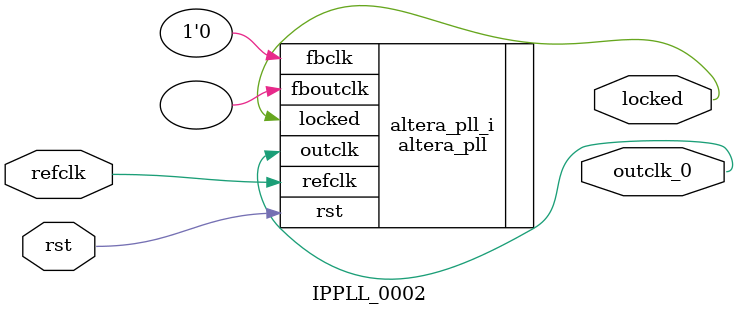
<source format=v>
`timescale 1ns/10ps
module  IPPLL_0002(

	// interface 'refclk'
	input wire refclk,

	// interface 'reset'
	input wire rst,

	// interface 'outclk0'
	output wire outclk_0,

	// interface 'locked'
	output wire locked
);

	altera_pll #(
		.fractional_vco_multiplier("false"),
		.reference_clock_frequency("50.0 MHz"),
		.operation_mode("direct"),
		.number_of_clocks(1),
		.output_clock_frequency0("500.000000 MHz"),
		.phase_shift0("0 ps"),
		.duty_cycle0(50),
		.output_clock_frequency1("0 MHz"),
		.phase_shift1("0 ps"),
		.duty_cycle1(50),
		.output_clock_frequency2("0 MHz"),
		.phase_shift2("0 ps"),
		.duty_cycle2(50),
		.output_clock_frequency3("0 MHz"),
		.phase_shift3("0 ps"),
		.duty_cycle3(50),
		.output_clock_frequency4("0 MHz"),
		.phase_shift4("0 ps"),
		.duty_cycle4(50),
		.output_clock_frequency5("0 MHz"),
		.phase_shift5("0 ps"),
		.duty_cycle5(50),
		.output_clock_frequency6("0 MHz"),
		.phase_shift6("0 ps"),
		.duty_cycle6(50),
		.output_clock_frequency7("0 MHz"),
		.phase_shift7("0 ps"),
		.duty_cycle7(50),
		.output_clock_frequency8("0 MHz"),
		.phase_shift8("0 ps"),
		.duty_cycle8(50),
		.output_clock_frequency9("0 MHz"),
		.phase_shift9("0 ps"),
		.duty_cycle9(50),
		.output_clock_frequency10("0 MHz"),
		.phase_shift10("0 ps"),
		.duty_cycle10(50),
		.output_clock_frequency11("0 MHz"),
		.phase_shift11("0 ps"),
		.duty_cycle11(50),
		.output_clock_frequency12("0 MHz"),
		.phase_shift12("0 ps"),
		.duty_cycle12(50),
		.output_clock_frequency13("0 MHz"),
		.phase_shift13("0 ps"),
		.duty_cycle13(50),
		.output_clock_frequency14("0 MHz"),
		.phase_shift14("0 ps"),
		.duty_cycle14(50),
		.output_clock_frequency15("0 MHz"),
		.phase_shift15("0 ps"),
		.duty_cycle15(50),
		.output_clock_frequency16("0 MHz"),
		.phase_shift16("0 ps"),
		.duty_cycle16(50),
		.output_clock_frequency17("0 MHz"),
		.phase_shift17("0 ps"),
		.duty_cycle17(50),
		.pll_type("General"),
		.pll_subtype("General")
	) altera_pll_i (
		.rst	(rst),
		.outclk	({outclk_0}),
		.locked	(locked),
		.fboutclk	( ),
		.fbclk	(1'b0),
		.refclk	(refclk)
	);
endmodule


</source>
